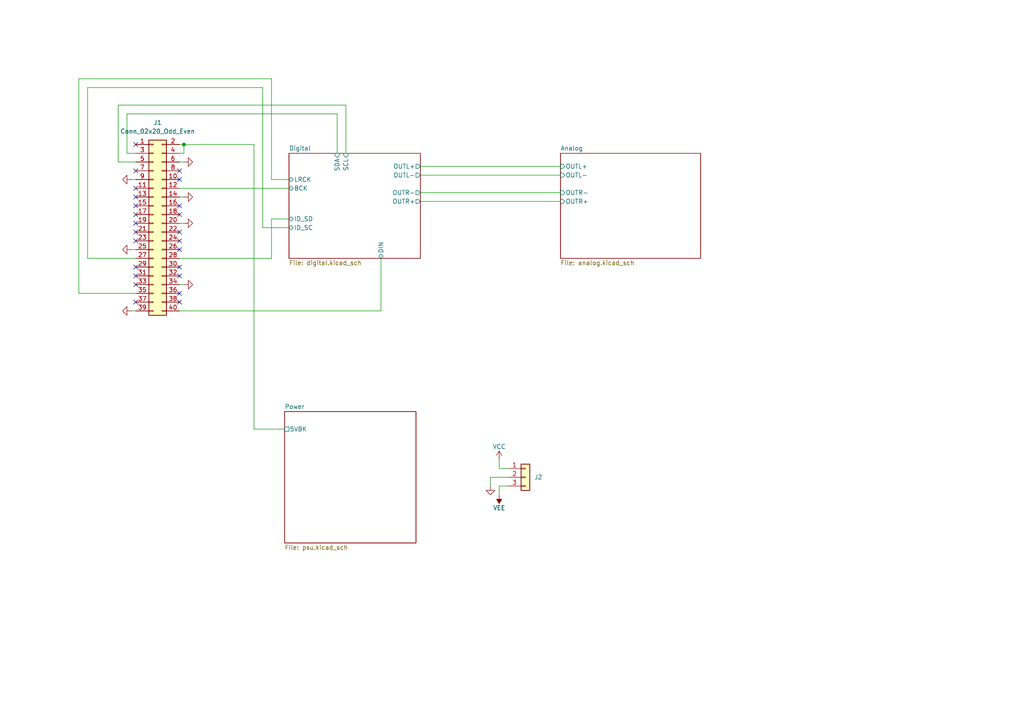
<source format=kicad_sch>
(kicad_sch (version 20211123) (generator eeschema)
  (paper "A4")
  (lib_symbols
    (symbol "Connector_Generic:Conn_01x03" (pin_names (offset 1.016) hide)
      (property "Reference" "J" (at 0 5.08 0))
      (property "Value" "Conn_01x03" (at 0 -5.08 0))
      (symbol "Conn_01x03_1_1"
        (rectangle (start -1.27 -2.413) (end 0 -2.667) (stroke (width 0.1524)))
        (rectangle (start -1.27 0.127) (end 0 -0.127) (stroke (width 0.1524)))
        (rectangle (start -1.27 2.667) (end 0 2.413) (stroke (width 0.1524)))
        (rectangle (start -1.27 3.81) (end 1.27 -3.81) (stroke (width 0.254)) (fill (type background)))
        (pin passive line (at -5.08 2.54 0) (length 3.81) (name "Pin_1") (number "1"))
        (pin passive line (at -5.08 0 0) (length 3.81) (name "Pin_2") (number "2"))
        (pin passive line (at -5.08 -2.54 0) (length 3.81) (name "Pin_3") (number "3"))
      )
    )
    (symbol "Connector_Generic:Conn_02x20_Odd_Even" (pin_names (offset 1.016) hide)
      (property "Reference" "J" (at 1.27 25.4 0))
      (property "Value" "Conn_02x20_Odd_Even" (at 1.27 -27.94 0))
      (symbol "Conn_02x20_Odd_Even_1_1"
        (rectangle (start -1.27 -25.273) (end 0 -25.527) (stroke (width 0.1524)))
        (rectangle (start -1.27 -22.733) (end 0 -22.987) (stroke (width 0.1524)))
        (rectangle (start -1.27 -20.193) (end 0 -20.447) (stroke (width 0.1524)))
        (rectangle (start -1.27 -17.653) (end 0 -17.907) (stroke (width 0.1524)))
        (rectangle (start -1.27 -15.113) (end 0 -15.367) (stroke (width 0.1524)))
        (rectangle (start -1.27 -12.573) (end 0 -12.827) (stroke (width 0.1524)))
        (rectangle (start -1.27 -10.033) (end 0 -10.287) (stroke (width 0.1524)))
        (rectangle (start -1.27 -7.493) (end 0 -7.747) (stroke (width 0.1524)))
        (rectangle (start -1.27 -4.953) (end 0 -5.207) (stroke (width 0.1524)))
        (rectangle (start -1.27 -2.413) (end 0 -2.667) (stroke (width 0.1524)))
        (rectangle (start -1.27 0.127) (end 0 -0.127) (stroke (width 0.1524)))
        (rectangle (start -1.27 2.667) (end 0 2.413) (stroke (width 0.1524)))
        (rectangle (start -1.27 5.207) (end 0 4.953) (stroke (width 0.1524)))
        (rectangle (start -1.27 7.747) (end 0 7.493) (stroke (width 0.1524)))
        (rectangle (start -1.27 10.287) (end 0 10.033) (stroke (width 0.1524)))
        (rectangle (start -1.27 12.827) (end 0 12.573) (stroke (width 0.1524)))
        (rectangle (start -1.27 15.367) (end 0 15.113) (stroke (width 0.1524)))
        (rectangle (start -1.27 17.907) (end 0 17.653) (stroke (width 0.1524)))
        (rectangle (start -1.27 20.447) (end 0 20.193) (stroke (width 0.1524)))
        (rectangle (start -1.27 22.987) (end 0 22.733) (stroke (width 0.1524)))
        (rectangle (start -1.27 24.13) (end 3.81 -26.67) (stroke (width 0.254)) (fill (type background)))
        (rectangle (start 3.81 -25.273) (end 2.54 -25.527) (stroke (width 0.1524)))
        (rectangle (start 3.81 -22.733) (end 2.54 -22.987) (stroke (width 0.1524)))
        (rectangle (start 3.81 -20.193) (end 2.54 -20.447) (stroke (width 0.1524)))
        (rectangle (start 3.81 -17.653) (end 2.54 -17.907) (stroke (width 0.1524)))
        (rectangle (start 3.81 -15.113) (end 2.54 -15.367) (stroke (width 0.1524)))
        (rectangle (start 3.81 -12.573) (end 2.54 -12.827) (stroke (width 0.1524)))
        (rectangle (start 3.81 -10.033) (end 2.54 -10.287) (stroke (width 0.1524)))
        (rectangle (start 3.81 -7.493) (end 2.54 -7.747) (stroke (width 0.1524)))
        (rectangle (start 3.81 -4.953) (end 2.54 -5.207) (stroke (width 0.1524)))
        (rectangle (start 3.81 -2.413) (end 2.54 -2.667) (stroke (width 0.1524)))
        (rectangle (start 3.81 0.127) (end 2.54 -0.127) (stroke (width 0.1524)))
        (rectangle (start 3.81 2.667) (end 2.54 2.413) (stroke (width 0.1524)))
        (rectangle (start 3.81 5.207) (end 2.54 4.953) (stroke (width 0.1524)))
        (rectangle (start 3.81 7.747) (end 2.54 7.493) (stroke (width 0.1524)))
        (rectangle (start 3.81 10.287) (end 2.54 10.033) (stroke (width 0.1524)))
        (rectangle (start 3.81 12.827) (end 2.54 12.573) (stroke (width 0.1524)))
        (rectangle (start 3.81 15.367) (end 2.54 15.113) (stroke (width 0.1524)))
        (rectangle (start 3.81 17.907) (end 2.54 17.653) (stroke (width 0.1524)))
        (rectangle (start 3.81 20.447) (end 2.54 20.193) (stroke (width 0.1524)))
        (rectangle (start 3.81 22.987) (end 2.54 22.733) (stroke (width 0.1524)))
        (pin passive line (at -5.08 22.86 0) (length 3.81) (name "Pin_1") (number "1"))
        (pin passive line (at 7.62 12.7 180) (length 3.81) (name "Pin_10") (number "10"))
        (pin passive line (at -5.08 10.16 0) (length 3.81) (name "Pin_11") (number "11"))
        (pin passive line (at 7.62 10.16 180) (length 3.81) (name "Pin_12") (number "12"))
        (pin passive line (at -5.08 7.62 0) (length 3.81) (name "Pin_13") (number "13"))
        (pin passive line (at 7.62 7.62 180) (length 3.81) (name "Pin_14") (number "14"))
        (pin passive line (at -5.08 5.08 0) (length 3.81) (name "Pin_15") (number "15"))
        (pin passive line (at 7.62 5.08 180) (length 3.81) (name "Pin_16") (number "16"))
        (pin passive line (at -5.08 2.54 0) (length 3.81) (name "Pin_17") (number "17"))
        (pin passive line (at 7.62 2.54 180) (length 3.81) (name "Pin_18") (number "18"))
        (pin passive line (at -5.08 0 0) (length 3.81) (name "Pin_19") (number "19"))
        (pin passive line (at 7.62 22.86 180) (length 3.81) (name "Pin_2") (number "2"))
        (pin passive line (at 7.62 0 180) (length 3.81) (name "Pin_20") (number "20"))
        (pin passive line (at -5.08 -2.54 0) (length 3.81) (name "Pin_21") (number "21"))
        (pin passive line (at 7.62 -2.54 180) (length 3.81) (name "Pin_22") (number "22"))
        (pin passive line (at -5.08 -5.08 0) (length 3.81) (name "Pin_23") (number "23"))
        (pin passive line (at 7.62 -5.08 180) (length 3.81) (name "Pin_24") (number "24"))
        (pin passive line (at -5.08 -7.62 0) (length 3.81) (name "Pin_25") (number "25"))
        (pin passive line (at 7.62 -7.62 180) (length 3.81) (name "Pin_26") (number "26"))
        (pin passive line (at -5.08 -10.16 0) (length 3.81) (name "Pin_27") (number "27"))
        (pin passive line (at 7.62 -10.16 180) (length 3.81) (name "Pin_28") (number "28"))
        (pin passive line (at -5.08 -12.7 0) (length 3.81) (name "Pin_29") (number "29"))
        (pin passive line (at -5.08 20.32 0) (length 3.81) (name "Pin_3") (number "3"))
        (pin passive line (at 7.62 -12.7 180) (length 3.81) (name "Pin_30") (number "30"))
        (pin passive line (at -5.08 -15.24 0) (length 3.81) (name "Pin_31") (number "31"))
        (pin passive line (at 7.62 -15.24 180) (length 3.81) (name "Pin_32") (number "32"))
        (pin passive line (at -5.08 -17.78 0) (length 3.81) (name "Pin_33") (number "33"))
        (pin passive line (at 7.62 -17.78 180) (length 3.81) (name "Pin_34") (number "34"))
        (pin passive line (at -5.08 -20.32 0) (length 3.81) (name "Pin_35") (number "35"))
        (pin passive line (at 7.62 -20.32 180) (length 3.81) (name "Pin_36") (number "36"))
        (pin passive line (at -5.08 -22.86 0) (length 3.81) (name "Pin_37") (number "37"))
        (pin passive line (at 7.62 -22.86 180) (length 3.81) (name "Pin_38") (number "38"))
        (pin passive line (at -5.08 -25.4 0) (length 3.81) (name "Pin_39") (number "39"))
        (pin passive line (at 7.62 20.32 180) (length 3.81) (name "Pin_4") (number "4"))
        (pin passive line (at 7.62 -25.4 180) (length 3.81) (name "Pin_40") (number "40"))
        (pin passive line (at -5.08 17.78 0) (length 3.81) (name "Pin_5") (number "5"))
        (pin passive line (at 7.62 17.78 180) (length 3.81) (name "Pin_6") (number "6"))
        (pin passive line (at -5.08 15.24 0) (length 3.81) (name "Pin_7") (number "7"))
        (pin passive line (at 7.62 15.24 180) (length 3.81) (name "Pin_8") (number "8"))
        (pin passive line (at -5.08 12.7 0) (length 3.81) (name "Pin_9") (number "9"))
      )
    )
    (symbol "power:GND" (power) (pin_names (offset 0))
      (property "Value" "GND" (at 0 -3.81 0))
      (symbol "GND_0_1"
        (polyline (pts (xy 0 0) (xy 0 -1.27) (xy 1.27 -1.27) (xy 0 -2.54) (xy -1.27 -1.27) (xy 0 -1.27)))
      )
      (symbol "GND_1_1"
        (pin power_in line (at 0 0 270) (length 0) hide (name "GND") (number "1"))
      )
    )
    (symbol "power:VCC" (power) (pin_names (offset 0))
      (property "Value" "VCC" (at 0 3.81 0))
      (symbol "VCC_0_1"
        (polyline (pts (xy -0.762 1.27) (xy 0 2.54)))
        (polyline (pts (xy 0 0) (xy 0 2.54)))
        (polyline (pts (xy 0 2.54) (xy 0.762 1.27)))
      )
      (symbol "VCC_1_1"
        (pin power_in line (at 0 0 90) (length 0) hide (name "VCC") (number "1"))
      )
    )
    (symbol "power:VEE" (power) (pin_names (offset 0))
      (property "Value" "VEE" (at 0 3.81 0))
      (symbol "VEE_0_1"
        (polyline (pts (xy 0 0) (xy 0 2.54)))
        (polyline (pts (xy 0.762 1.27) (xy -0.762 1.27) (xy 0 2.54) (xy 0.762 1.27)) (fill (type outline)))
      )
      (symbol "VEE_1_1"
        (pin power_in line (at 0 0 90) (length 0) hide (name "VEE") (number "1"))
      )
    )
  )
  (junction (at 53.34 41.91))
  (no_connect (at 52.07 85.09))
  (no_connect (at 52.07 59.69))
  (no_connect (at 39.37 59.69))
  (no_connect (at 39.37 64.77))
  (no_connect (at 52.07 77.47))
  (no_connect (at 52.07 72.39))
  (no_connect (at 52.07 62.23))
  (no_connect (at 52.07 67.31))
  (no_connect (at 52.07 69.85))
  (no_connect (at 39.37 62.23))
  (no_connect (at 39.37 67.31))
  (no_connect (at 39.37 57.15))
  (no_connect (at 39.37 77.47))
  (no_connect (at 52.07 52.07))
  (no_connect (at 39.37 80.01))
  (no_connect (at 52.07 49.53))
  (no_connect (at 39.37 41.91))
  (no_connect (at 39.37 69.85))
  (no_connect (at 39.37 49.53))
  (no_connect (at 52.07 80.01))
  (no_connect (at 52.07 87.63))
  (no_connect (at 39.37 87.63))
  (no_connect (at 39.37 82.55))
  (no_connect (at 39.37 54.61))
  (wire (pts (xy 36.83 44.45) (xy 36.83 33.02)))
  (wire (pts (xy 121.92 58.42) (xy 162.56 58.42)))
  (wire (pts (xy 25.4 25.4) (xy 76.2 25.4)))
  (wire (pts (xy 36.83 44.45) (xy 39.37 44.45)))
  (wire (pts (xy 147.32 138.43) (xy 142.24 138.43)))
  (wire (pts (xy 78.74 22.86) (xy 78.74 52.07)))
  (wire (pts (xy 25.4 25.4) (xy 25.4 74.93)))
  (wire (pts (xy 52.07 44.45) (xy 53.34 44.45)))
  (wire (pts (xy 147.32 140.97) (xy 144.78 140.97)))
  (wire (pts (xy 34.29 30.48) (xy 100.33 30.48)))
  (wire (pts (xy 52.07 82.55) (xy 53.34 82.55)))
  (wire (pts (xy 39.37 72.39) (xy 38.1 72.39)))
  (wire (pts (xy 78.74 63.5) (xy 78.74 74.93)))
  (wire (pts (xy 110.49 90.17) (xy 110.49 74.93)))
  (wire (pts (xy 34.29 46.99) (xy 34.29 30.48)))
  (wire (pts (xy 39.37 52.07) (xy 38.1 52.07)))
  (wire (pts (xy 22.86 85.09) (xy 22.86 22.86)))
  (wire (pts (xy 34.29 46.99) (xy 39.37 46.99)))
  (wire (pts (xy 97.79 33.02) (xy 97.79 44.45)))
  (wire (pts (xy 142.24 138.43) (xy 142.24 140.97)))
  (wire (pts (xy 52.07 64.77) (xy 53.34 64.77)))
  (wire (pts (xy 73.66 124.46) (xy 82.55 124.46)))
  (wire (pts (xy 22.86 85.09) (xy 39.37 85.09)))
  (wire (pts (xy 121.92 50.8) (xy 162.56 50.8)))
  (wire (pts (xy 52.07 74.93) (xy 78.74 74.93)))
  (wire (pts (xy 52.07 54.61) (xy 83.82 54.61)))
  (wire (pts (xy 83.82 66.04) (xy 76.2 66.04)))
  (wire (pts (xy 100.33 30.48) (xy 100.33 44.45)))
  (wire (pts (xy 22.86 22.86) (xy 78.74 22.86)))
  (wire (pts (xy 121.92 48.26) (xy 162.56 48.26)))
  (wire (pts (xy 144.78 140.97) (xy 144.78 143.51)))
  (wire (pts (xy 53.34 41.91) (xy 53.34 44.45)))
  (wire (pts (xy 36.83 33.02) (xy 97.79 33.02)))
  (wire (pts (xy 53.34 41.91) (xy 73.66 41.91)))
  (wire (pts (xy 52.07 90.17) (xy 110.49 90.17)))
  (wire (pts (xy 83.82 52.07) (xy 78.74 52.07)))
  (wire (pts (xy 25.4 74.93) (xy 39.37 74.93)))
  (wire (pts (xy 76.2 25.4) (xy 76.2 66.04)))
  (wire (pts (xy 147.32 135.89) (xy 144.78 135.89)))
  (wire (pts (xy 39.37 90.17) (xy 38.1 90.17)))
  (wire (pts (xy 52.07 57.15) (xy 53.34 57.15)))
  (wire (pts (xy 83.82 63.5) (xy 78.74 63.5)))
  (wire (pts (xy 121.92 55.88) (xy 162.56 55.88)))
  (wire (pts (xy 144.78 133.35) (xy 144.78 135.89)))
  (wire (pts (xy 52.07 46.99) (xy 53.34 46.99)))
  (wire (pts (xy 52.07 41.91) (xy 53.34 41.91)))
  (wire (pts (xy 73.66 41.91) (xy 73.66 124.46)))
  (symbol (lib_id "power:GND") (at 38.1 90.17 270) (unit 1)
    (property "Reference" "#PWR03" (effects hide))
    (property "Value" "GND" (effects hide))
  )
  (symbol (lib_id "power:VCC") (at 144.78 133.35 0) (unit 1)
    (property "Reference" "#PWR09" (effects hide))
    (property "Value" "VCC" (at 144.78 129.54 0))
  )
  (symbol (lib_id "power:GND") (at 53.34 82.55 90) (unit 1)
    (property "Reference" "#PWR07" (effects hide))
    (property "Value" "GND" (effects hide))
  )
  (symbol (lib_id "power:GND") (at 38.1 72.39 270) (unit 1)
    (property "Reference" "#PWR02" (effects hide))
    (property "Value" "GND" (effects hide))
  )
  (symbol (lib_id "power:GND") (at 53.34 46.99 90) (unit 1)
    (property "Reference" "#PWR04" (effects hide))
    (property "Value" "GND" (effects hide))
  )
  (symbol (lib_id "power:GND") (at 142.24 140.97 0) (unit 1)
    (property "Reference" "#PWR08" (effects hide))
    (property "Value" "GND" (effects hide))
  )
  (symbol (lib_id "power:GND") (at 38.1 52.07 270) (unit 1)
    (property "Reference" "#PWR01" (effects hide))
    (property "Value" "GND" (effects hide))
  )
  (symbol (lib_id "Connector_Generic:Conn_01x03") (at 152.4 138.43 0) (unit 1)
    (property "Reference" "J2" (at 154.94 138.4299 0) (effects (justify left)))
    (property "Value" "Conn_01x03" (effects hide))
    (property "Footprint" "Connector_Phoenix_MSTB:PhoenixContact_MSTBVA_2,5_3-G_1x03_P5.00mm_Vertical" (effects hide))
  )
  (symbol (lib_id "Connector_Generic:Conn_02x20_Odd_Even") (at 44.45 64.77 0) (unit 1)
    (property "Reference" "J1" (at 45.72 35.56 0))
    (property "Value" "Conn_02x20_Odd_Even" (at 45.72 38.1 0))
    (property "Footprint" "Etnolit:RPi_Zero_2W" (effects hide))
  )
  (symbol (lib_id "power:GND") (at 53.34 57.15 90) (unit 1)
    (property "Reference" "#PWR05" (effects hide))
    (property "Value" "GND" (effects hide))
  )
  (symbol (lib_id "power:GND") (at 53.34 64.77 90) (unit 1)
    (property "Reference" "#PWR06" (effects hide))
    (property "Value" "GND" (effects hide))
  )
  (symbol (lib_id "power:VEE") (at 144.78 143.51 180) (unit 1)
    (property "Reference" "#PWR010" (effects hide))
    (property "Value" "VEE" (at 144.78 147.32 0))
  )
  (sheet (at 83.82 44.45) (size 38.1 30.48) (stroke (width 0.1524))
    (property "Sheet name" "Digital" (at 83.82 43.7384 0) (effects (justify left bottom)))
    (property "Sheet file" "digital.kicad_sch" (at 83.82 75.5146 0) (effects (justify left top)))
    (pin "OUTR+" output (at 121.92 58.42 0))
    (pin "OUTL-" output (at 121.92 50.8 0))
    (pin "OUTR-" output (at 121.92 55.88 0))
    (pin "OUTL+" output (at 121.92 48.26 0))
    (pin "DIN" bidirectional (at 110.49 74.93 270))
    (pin "LRCK" bidirectional (at 83.82 52.07 180))
    (pin "BCK" bidirectional (at 83.82 54.61 180))
    (pin "ID_SD" bidirectional (at 83.82 63.5 180))
    (pin "ID_SC" bidirectional (at 83.82 66.04 180))
    (pin "SDA" input (at 97.79 44.45 90))
    (pin "SCL" input (at 100.33 44.45 90))
  )
  (sheet (at 162.56 44.45) (size 40.64 30.48) (stroke (width 0.1524))
    (property "Sheet name" "Analog" (at 162.56 43.7384 0) (effects (justify left bottom)))
    (property "Sheet file" "analog.kicad_sch" (at 162.56 75.5146 0) (effects (justify left top)))
    (pin "OUTR-" input (at 162.56 55.88 180))
    (pin "OUTR+" input (at 162.56 58.42 180))
    (pin "OUTL+" input (at 162.56 48.26 180))
    (pin "OUTL-" input (at 162.56 50.8 180))
  )
  (sheet (at 82.55 119.38) (size 38.1 38.1) (stroke (width 0.1524))
    (property "Sheet name" "Power" (at 82.55 118.6684 0) (effects (justify left bottom)))
    (property "Sheet file" "psu.kicad_sch" (at 82.55 158.0646 0) (effects (justify left top)))
    (pin "5VBK" passive (at 82.55 124.46 180))
  )
)
</source>
